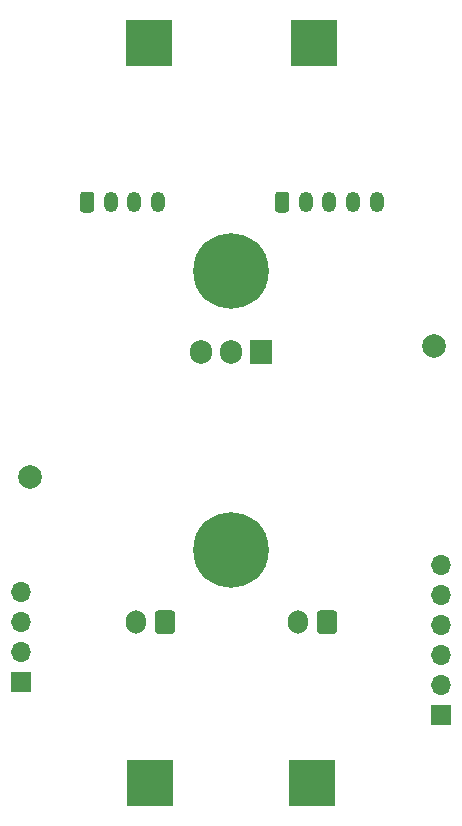
<source format=gbs>
G04 #@! TF.GenerationSoftware,KiCad,Pcbnew,(5.1.10-1-10_14)*
G04 #@! TF.CreationDate,2021-12-02T22:50:33+01:00*
G04 #@! TF.ProjectId,Power-Zauberling,506f7765-722d-45a6-9175-6265726c696e,rev?*
G04 #@! TF.SameCoordinates,Original*
G04 #@! TF.FileFunction,Soldermask,Bot*
G04 #@! TF.FilePolarity,Negative*
%FSLAX46Y46*%
G04 Gerber Fmt 4.6, Leading zero omitted, Abs format (unit mm)*
G04 Created by KiCad (PCBNEW (5.1.10-1-10_14)) date 2021-12-02 22:50:33*
%MOMM*%
%LPD*%
G01*
G04 APERTURE LIST*
%ADD10C,0.800000*%
%ADD11C,6.400000*%
%ADD12C,2.000000*%
%ADD13R,4.000000X4.000000*%
%ADD14O,1.905000X2.000000*%
%ADD15R,1.905000X2.000000*%
%ADD16O,3.500000X3.500000*%
%ADD17O,1.700000X1.700000*%
%ADD18R,1.700000X1.700000*%
%ADD19O,1.200000X1.750000*%
%ADD20O,1.700000X2.000000*%
G04 APERTURE END LIST*
D10*
X154097056Y-86186944D03*
X152400000Y-85484000D03*
X150702944Y-86186944D03*
X150000000Y-87884000D03*
X150702944Y-89581056D03*
X152400000Y-90284000D03*
X154097056Y-89581056D03*
X154800000Y-87884000D03*
D11*
X152400000Y-87884000D03*
D10*
X154097056Y-62564944D03*
X152400000Y-61862000D03*
X150702944Y-62564944D03*
X150000000Y-64262000D03*
X150702944Y-65959056D03*
X152400000Y-66662000D03*
X154097056Y-65959056D03*
X154800000Y-64262000D03*
D11*
X152400000Y-64262000D03*
D12*
X169545000Y-70612000D03*
X135382000Y-81661000D03*
D13*
X145542000Y-107569000D03*
X159258000Y-107569000D03*
X145415000Y-44958000D03*
X159385000Y-44958000D03*
D14*
X149860000Y-71120000D03*
X152400000Y-71120000D03*
D15*
X154940000Y-71120000D03*
D16*
X152400000Y-87780000D03*
D17*
X134620000Y-91440000D03*
X134620000Y-93980000D03*
X134620000Y-96520000D03*
D18*
X134620000Y-99060000D03*
D19*
X146208000Y-58420000D03*
X144208000Y-58420000D03*
X142208000Y-58420000D03*
G36*
G01*
X139608000Y-59045001D02*
X139608000Y-57794999D01*
G75*
G02*
X139857999Y-57545000I249999J0D01*
G01*
X140558001Y-57545000D01*
G75*
G02*
X140808000Y-57794999I0J-249999D01*
G01*
X140808000Y-59045001D01*
G75*
G02*
X140558001Y-59295000I-249999J0D01*
G01*
X139857999Y-59295000D01*
G75*
G02*
X139608000Y-59045001I0J249999D01*
G01*
G37*
X164718000Y-58420000D03*
X162718000Y-58420000D03*
X160718000Y-58420000D03*
X158718000Y-58420000D03*
G36*
G01*
X156118000Y-59045001D02*
X156118000Y-57794999D01*
G75*
G02*
X156367999Y-57545000I249999J0D01*
G01*
X157068001Y-57545000D01*
G75*
G02*
X157318000Y-57794999I0J-249999D01*
G01*
X157318000Y-59045001D01*
G75*
G02*
X157068001Y-59295000I-249999J0D01*
G01*
X156367999Y-59295000D01*
G75*
G02*
X156118000Y-59045001I0J249999D01*
G01*
G37*
D20*
X158028000Y-93980000D03*
G36*
G01*
X161378000Y-93230000D02*
X161378000Y-94730000D01*
G75*
G02*
X161128000Y-94980000I-250000J0D01*
G01*
X159928000Y-94980000D01*
G75*
G02*
X159678000Y-94730000I0J250000D01*
G01*
X159678000Y-93230000D01*
G75*
G02*
X159928000Y-92980000I250000J0D01*
G01*
X161128000Y-92980000D01*
G75*
G02*
X161378000Y-93230000I0J-250000D01*
G01*
G37*
D17*
X170180000Y-89154000D03*
X170180000Y-91694000D03*
X170180000Y-94234000D03*
X170180000Y-96774000D03*
X170180000Y-99314000D03*
D18*
X170180000Y-101854000D03*
D20*
X144312000Y-93980000D03*
G36*
G01*
X147662000Y-93230000D02*
X147662000Y-94730000D01*
G75*
G02*
X147412000Y-94980000I-250000J0D01*
G01*
X146212000Y-94980000D01*
G75*
G02*
X145962000Y-94730000I0J250000D01*
G01*
X145962000Y-93230000D01*
G75*
G02*
X146212000Y-92980000I250000J0D01*
G01*
X147412000Y-92980000D01*
G75*
G02*
X147662000Y-93230000I0J-250000D01*
G01*
G37*
M02*

</source>
